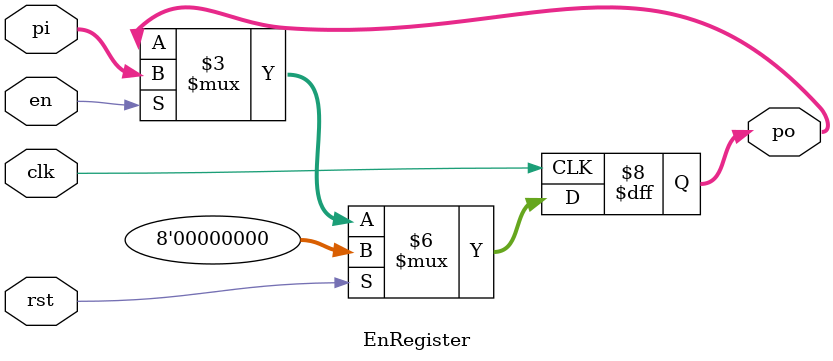
<source format=v>
`timescale 1ns/1ns

module EnRegister (clk, pi, po, en, rst);
parameter size = 8;
input clk, en, rst;
input [size-1:0] pi;
output reg [size-1:0] po = 0;

always @(posedge clk) begin
    if (rst)
        po <= 0;
    else if (en)
        po <= pi;
end
    
endmodule
</source>
